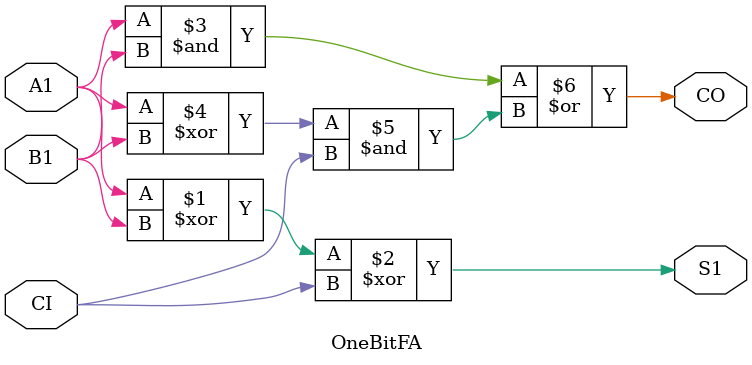
<source format=v>
`timescale 1ns / 1ps


module OneBitFA(A1,B1,CI,S1,CO);

input A1,B1,CI;
output S1,CO;

assign S1 = (A1 ^ B1) ^ CI;

assign CO = (A1 & B1) | ((A1^B1) & CI);

endmodule

</source>
